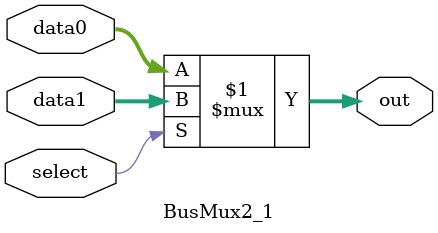
<source format=v>

`define REG_MSB 15 //Actual register size is REG_MSB+1.

module cordic(CosX,SinX,theta,Sign,clock,reset);
    output [`REG_MSB+1:0] CosX,SinX;
    input [`REG_MSB:0] 	  theta;
    input 		  Sign,clock,reset;

    reg 		  AngleCin, Xsign, Ysign;
    reg [`REG_MSB:0] 	  X, Y, Angle;
    reg [3:0] 		  iteration;

    wire [`REG_MSB:0] 	  tanangle;
    wire [`REG_MSB:0] 	  BS1,BS2;
    wire [`REG_MSB:0] 	  SumX,SumY,SumAngle;
    wire 		  CarryX,CarryY,AngleCout;

    function [`REG_MSB:0] tan;
	input [3:0] index;
	begin: _tan
	    case (index)
                      //tanInverseX            |X             |tanInverseX
                      //=======================|==============|===========
          4'b0000: tan = 16'b00101101_00000000 ; //  1.000000 |45.000000
          4'b0001: tan = 16'b00011010_11111111 ; //  0.500000 |26.565051
          4'b0010: tan = 16'b00001110_00001111 ; //  0.250000 |14.036243
          4'b0011: tan = 16'b00000111_00111111 ; //  0.125000 |7.125016
          4'b0100: tan = 16'b00000011_11111111 ; //  0.062500 |3.576334
	  4'b0101: tan = 16'b00000001_11111111 ; //  0.031250 |1.789911
          4'b0110: tan = 16'b00000000_11111111 ; //  0.015625 |0.895174
          4'b0111: tan = 16'b00000000_01111111 ; //  0.007812 |0.447614
          4'b1000: tan = 16'b00000000_00111111 ; //  0.003906 |0.223811
          4'b1001: tan = 16'b00000000_00011111 ; //  0.001953 |0.111906
          4'b1010: tan = 16'b00000000_00001111 ; //  0.000977 |0.055953
          4'b1011: tan = 16'b00000000_00000111 ; //  0.000488 |0.027976
          4'b1100: tan = 16'b00000000_00000011 ; //  0.000244 |0.013988
          4'b1101: tan = 16'b00000000_00000001 ; //  0.000122 |0.006994
          4'b1110: tan = 16'b00000000_00000000 ; //  0.000061 |0.003497
          4'b1111: tan = 16'b00000000_00000000 ; //  0.000031 |0.001749

	    endcase
	end
    endfunction // tan

    initial begin
	iteration = 0;
	Angle = theta;
	X = 16'b1001101110000000;     //0.6072
	Y = 16'b0000000000000000;
	Xsign = 0;
	Ysign = 0;
	AngleCin = Sign;
    end

    assign tanangle = tan(iteration);

    /*********************Data Path******************************************/

    shifter SH1(BS1,Y,iteration); 
    Adder AddX(SumX,CarryX,Xsign,X,BS1,~AngleCin);  
    shifter SH2(BS2,X,iteration);
    Adder AddY(SumY,CarryY,Ysign,Y,BS2,AngleCin);
    Adder Add0(SumAngle,AngleCout,AngleCin,Angle,tanangle,~AngleCin);
    assign CosX={CarryX,SumX};
    assign SinX={CarryY,SumY};

    /*********************System FSM******************************************/

    always @ (posedge clock)
      if (reset) begin
	  iteration = 0;
	  Angle = theta ;
	  X = 16'b1001101110000000;     //0.6072
	  Y = 16'b0000000000000000;
	  Xsign = 0;
	  Ysign = 0;
	  AngleCin = Sign ;
      end else if (iteration != 15) begin 
	  iteration = iteration + 1;
	  Angle = SumAngle;
	  X = SumX;
	  Y = SumY;
	  Xsign = CarryX;
	  Ysign = CarryY;
	  AngleCin = AngleCout;
      end

endmodule // cordic 


module shifter(dataout,datain,shift);
    output [`REG_MSB:0] dataout;
    input [`REG_MSB:0]  datain;
    input [3:0] 	shift;

    assign dataout = shift==0  ? datain :
		     shift==1  ? { 1'b0,datain[`REG_MSB:1]}  :
		     shift==2  ? { 2'b0,datain[`REG_MSB:2]}  :
		     shift==3  ? { 3'b0,datain[`REG_MSB:3]}  :
		     shift==4  ? { 4'b0,datain[`REG_MSB:4]}  :
		     shift==5  ? { 5'b0,datain[`REG_MSB:5]}  :
		     shift==6  ? { 6'b0,datain[`REG_MSB:6]}  :
		     shift==7  ? { 7'b0,datain[`REG_MSB:7]}  :
		     shift==8  ? { 8'b0,datain[`REG_MSB:8]}  :
		     shift==9  ? { 9'b0,datain[`REG_MSB:9]}  :
		     shift==10 ? {10'b0,datain[`REG_MSB:10]} :
		     shift==11 ? {11'b0,datain[`REG_MSB:11]} :
		     shift==12 ? {12'b0,datain[`REG_MSB:12]} :
		     shift==13 ? {13'b0,datain[`REG_MSB:13]} :
		     shift==14 ? {14'b0,datain[`REG_MSB:14]} :
		                 {15'b0,datain[`REG_MSB:15]} ;

endmodule // shifter


module Adder (S, sign, Asign, A, B, AS);
    output [`REG_MSB:0] S;
    output 		sign;
    input [`REG_MSB:0] 	A, B;
    input 		Asign, AS;

    wire [`REG_MSB:0] 	Atemp, Btemp, Btemp1, Stemp;
    wire 		Y_1, Y_2, Y_3, Y_4;

    assign Y_1 = (~AS) & Asign;

    BusMux2_1 MUX_0 (Atemp,A,B,Y_1); // xchange A & B
    BusMux2_1 MUX_1 (Btemp,B,A,Y_1);

    assign Y_2 = Asign ^ AS;

    assign Btemp1 = Y_2 ? ~Btemp : Btemp;

    RCA Add (Stemp,Y_3,Atemp,Btemp1,Y_2); // Addition

    assign Y_4 = (~Y_3) & (Asign ^ AS);

    complement Compl (S,Stemp,Y_4);  // 2's Complement if result neg.

    assign sign = (~Y_3 & AS) | (~Y_3 & Asign) | (AS & Asign);

endmodule // Adder


module RCA (S,Cout,A,B,Cin);
    output [`REG_MSB:0] S;
    output 		Cout;
    input [`REG_MSB:0] 	A, B;
    input 		Cin;

    assign {Cout,S} = A + B + Cin;

endmodule //PrllAdder


module complement (dataout, datain, enable);
    output [`REG_MSB:0] dataout;
    input [`REG_MSB:0] 	datain;
    input 		enable;

    wire 		Cin;
    wire [`REG_MSB:0] 	Co;
    wire [`REG_MSB:0] 	A;

    assign A = enable ? ~datain : datain;

    assign Co[0] = A[0] & enable;
    assign Co[`REG_MSB:1] = A[`REG_MSB:1] & Co[`REG_MSB-1:0];
    assign dataout[0] = A[0] ^ enable;
    assign dataout[`REG_MSB:1] = A[`REG_MSB:1] ^ Co[`REG_MSB-1:0];

endmodule // complement


module BitMux2_1 (out,a,b,select);
    output out;
    input  a, b, select;

    assign out = select ? b : a;

endmodule //BitMux2_1


module BusMux2_1(out,data0,data1,select);
    output [`REG_MSB:0] out;
    input [`REG_MSB:0] 	data0, data1;
    input 		select;

    assign out = select ? data1 : data0;

endmodule // BusMux2_1

</source>
